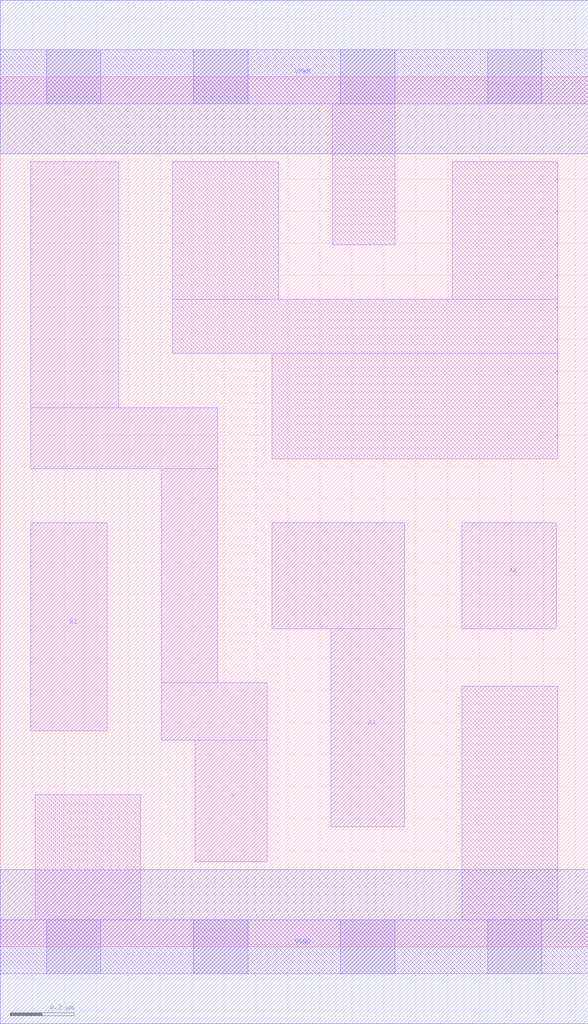
<source format=lef>
# Copyright 2020 The SkyWater PDK Authors
#
# Licensed under the Apache License, Version 2.0 (the "License");
# you may not use this file except in compliance with the License.
# You may obtain a copy of the License at
#
#     https://www.apache.org/licenses/LICENSE-2.0
#
# Unless required by applicable law or agreed to in writing, software
# distributed under the License is distributed on an "AS IS" BASIS,
# WITHOUT WARRANTIES OR CONDITIONS OF ANY KIND, either express or implied.
# See the License for the specific language governing permissions and
# limitations under the License.
#
# SPDX-License-Identifier: Apache-2.0

VERSION 5.7 ;
  NOWIREEXTENSIONATPIN ON ;
  DIVIDERCHAR "/" ;
  BUSBITCHARS "[]" ;
UNITS
  DATABASE MICRONS 200 ;
END UNITS
MACRO sky130_fd_sc_hd__a21oi_1
  CLASS CORE ;
  FOREIGN sky130_fd_sc_hd__a21oi_1 ;
  ORIGIN  0.000000  0.000000 ;
  SIZE  1.840000 BY  2.720000 ;
  SYMMETRY X Y R90 ;
  SITE unithd ;
  PIN A1
    ANTENNAGATEAREA  0.247500 ;
    DIRECTION INPUT ;
    USE SIGNAL ;
    PORT
      LAYER li1 ;
        RECT 0.850000 0.995000 1.265000 1.325000 ;
        RECT 1.035000 0.375000 1.265000 0.995000 ;
    END
  END A1
  PIN A2
    ANTENNAGATEAREA  0.247500 ;
    DIRECTION INPUT ;
    USE SIGNAL ;
    PORT
      LAYER li1 ;
        RECT 1.445000 0.995000 1.740000 1.325000 ;
    END
  END A2
  PIN B1
    ANTENNAGATEAREA  0.247500 ;
    DIRECTION INPUT ;
    USE SIGNAL ;
    PORT
      LAYER li1 ;
        RECT 0.095000 0.675000 0.335000 1.325000 ;
    END
  END B1
  PIN Y
    ANTENNADIFFAREA  0.447000 ;
    DIRECTION OUTPUT ;
    USE SIGNAL ;
    PORT
      LAYER li1 ;
        RECT 0.095000 1.495000 0.680000 1.685000 ;
        RECT 0.095000 1.685000 0.370000 2.455000 ;
        RECT 0.505000 0.645000 0.835000 0.825000 ;
        RECT 0.505000 0.825000 0.680000 1.495000 ;
        RECT 0.610000 0.265000 0.835000 0.645000 ;
    END
  END Y
  PIN VGND
    DIRECTION INOUT ;
    SHAPE ABUTMENT ;
    USE GROUND ;
    PORT
      LAYER met1 ;
        RECT 0.000000 -0.240000 1.840000 0.240000 ;
    END
  END VGND
  PIN VPWR
    DIRECTION INOUT ;
    SHAPE ABUTMENT ;
    USE POWER ;
    PORT
      LAYER met1 ;
        RECT 0.000000 2.480000 1.840000 2.960000 ;
    END
  END VPWR
  OBS
    LAYER li1 ;
      RECT 0.000000 -0.085000 1.840000 0.085000 ;
      RECT 0.000000  2.635000 1.840000 2.805000 ;
      RECT 0.110000  0.085000 0.440000 0.475000 ;
      RECT 0.540000  1.855000 1.745000 2.025000 ;
      RECT 0.540000  2.025000 0.870000 2.455000 ;
      RECT 0.850000  1.525000 1.745000 1.855000 ;
      RECT 1.040000  2.195000 1.235000 2.635000 ;
      RECT 1.415000  2.025000 1.745000 2.455000 ;
      RECT 1.445000  0.085000 1.745000 0.815000 ;
    LAYER mcon ;
      RECT 0.145000 -0.085000 0.315000 0.085000 ;
      RECT 0.145000  2.635000 0.315000 2.805000 ;
      RECT 0.605000 -0.085000 0.775000 0.085000 ;
      RECT 0.605000  2.635000 0.775000 2.805000 ;
      RECT 1.065000 -0.085000 1.235000 0.085000 ;
      RECT 1.065000  2.635000 1.235000 2.805000 ;
      RECT 1.525000 -0.085000 1.695000 0.085000 ;
      RECT 1.525000  2.635000 1.695000 2.805000 ;
  END
END sky130_fd_sc_hd__a21oi_1
END LIBRARY

</source>
